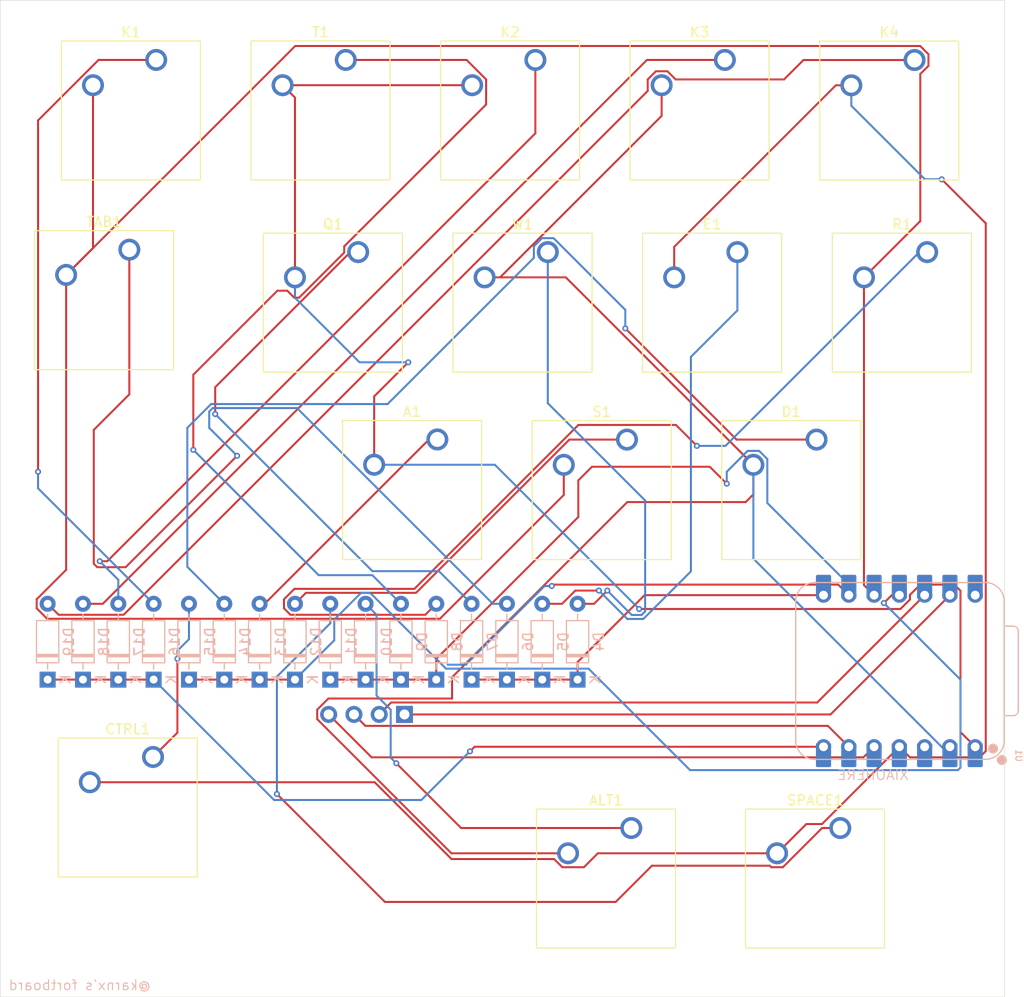
<source format=kicad_pcb>
(kicad_pcb (version 20241229) (generator "pcbnew") (generator_version "9.0")
  (layers (0 "F.Cu" signal) (2 "B.Cu" signal) (13 "F.Paste" user) (15 "B.Paste" user) (5 "F.SilkS" user "F.Silkscreen") (7 "B.SilkS" user "B.Silkscreen") (1 "F.Mask" user) (3 "B.Mask" user) (25 "Edge.Cuts" user))
  (net 0 "")
  (net 1 "Net-(D13-A)")
  (net 2 "Column 1")
  (net 3 "Net-(D10-A)")
  (net 4 "Column 2")
  (net 5 "Column 3")
  (net 6 "Net-(D15-A)")
  (net 7 "Net-(D14-A)")
  (net 8 "Net-(D4-A)")
  (net 9 "Row 1")
  (net 10 "Net-(D5-A)")
  (net 11 "Net-(D6-A)")
  (net 12 "Net-(D7-A)")
  (net 13 "Net-(D8-A)")
  (net 14 "Row 2")
  (net 15 "Net-(D9-A)")
  (net 16 "Net-(D11-A)")
  (net 17 "Row 3")
  (net 18 "Net-(D12-A)")
  (net 19 "Net-(D16-A)")
  (net 20 "Row 0")
  (net 21 "Net-(D17-A)")
  (net 22 "Net-(D18-A)")
  (net 23 "Net-(D19-A)")
  (net 24 "Net-(J1-SDA)")
  (net 25 "Net-(J1-GND)")
  (net 26 "Net-(J1-SCL)")
  (net 27 "Net-(J1-VCC)")
  (net 28 "Column 0")
  (footprint "Button_Switch_Keyboard:SW_Cherry_MX_1.00u_PCB" (layer "F.Cu") (at 23.97125 51.075)
    (property "Reference" "TAB1" (at -2.54 -2.794 0) (layer "F.SilkS"))
    (property "Value" "SW_Push")
    (pad "" np_thru_hole circle (at -7.62 5.08) (size 1.7 1.7) (drill 1.7) (layers "*.Cu" "*.Mask"))
    (pad "" np_thru_hole circle (at -2.54 5.08) (size 4 4) (drill 4) (layers "*.Cu" "*.Mask"))
    (pad "" np_thru_hole circle (at 2.54 5.08) (size 1.7 1.7) (drill 1.7) (layers "*.Cu" "*.Mask"))
    (pad "1" thru_hole circle (at 0 0) (size 2.2 2.2) (drill 1.5) (layers "*.Cu" "*.Mask") (net 11 "Net-(D6-A)"))
    (pad "2" thru_hole circle (at -6.35 2.54) (size 2.2 2.2) (drill 1.5) (layers "*.Cu" "*.Mask") (net 28 "Column 0"))
  )
  (footprint "Button_Switch_Keyboard:SW_Cherry_MX_1.00u_PCB" (layer "F.Cu") (at 93.0275 70.16875)
    (property "Reference" "D1" (at -2.54 -2.794 0) (layer "F.SilkS"))
    (property "Value" "SW_Push")
    (pad "" np_thru_hole circle (at -7.62 5.08) (size 1.7 1.7) (drill 1.7) (layers "*.Cu" "*.Mask"))
    (pad "" np_thru_hole circle (at -2.54 5.08) (size 4 4) (drill 4) (layers "*.Cu" "*.Mask"))
    (pad "" np_thru_hole circle (at 2.54 5.08) (size 1.7 1.7) (drill 1.7) (layers "*.Cu" "*.Mask"))
    (pad "1" thru_hole circle (at 0 0) (size 2.2 2.2) (drill 1.5) (layers "*.Cu" "*.Mask") (net 7 "Net-(D14-A)"))
    (pad "2" thru_hole circle (at -6.35 2.54) (size 2.2 2.2) (drill 1.5) (layers "*.Cu" "*.Mask") (net 4 "Column 2"))
  )
  (footprint "Button_Switch_Keyboard:SW_Cherry_MX_1.00u_PCB" (layer "F.Cu") (at 26.67 32)
    (property "Reference" "K1" (at -2.54 -2.794 0) (layer "F.SilkS"))
    (property "Value" "SW_Push")
    (pad "" np_thru_hole circle (at -7.62 5.08) (size 1.7 1.7) (drill 1.7) (layers "*.Cu" "*.Mask"))
    (pad "" np_thru_hole circle (at -2.54 5.08) (size 4 4) (drill 4) (layers "*.Cu" "*.Mask"))
    (pad "" np_thru_hole circle (at 2.54 5.08) (size 1.7 1.7) (drill 1.7) (layers "*.Cu" "*.Mask"))
    (pad "1" thru_hole circle (at 0 0) (size 2.2 2.2) (drill 1.5) (layers "*.Cu" "*.Mask") (net 19 "Net-(D16-A)"))
    (pad "2" thru_hole circle (at -6.35 2.54) (size 2.2 2.2) (drill 1.5) (layers "*.Cu" "*.Mask") (net 28 "Column 0"))
  )
  (footprint "Button_Switch_Keyboard:SW_Cherry_MX_1.00u_PCB" (layer "F.Cu") (at 45.72 32)
    (property "Reference" "T1" (at -2.54 -2.794 0) (layer "F.SilkS"))
    (property "Value" "SW_Push")
    (pad "" np_thru_hole circle (at -7.62 5.08) (size 1.7 1.7) (drill 1.7) (layers "*.Cu" "*.Mask"))
    (pad "" np_thru_hole circle (at -2.54 5.08) (size 4 4) (drill 4) (layers "*.Cu" "*.Mask"))
    (pad "" np_thru_hole circle (at 2.54 5.08) (size 1.7 1.7) (drill 1.7) (layers "*.Cu" "*.Mask"))
    (pad "1" thru_hole circle (at 0 0) (size 2.2 2.2) (drill 1.5) (layers "*.Cu" "*.Mask") (net 15 "Net-(D9-A)"))
    (pad "2" thru_hole circle (at -6.35 2.54) (size 2.2 2.2) (drill 1.5) (layers "*.Cu" "*.Mask") (net 2 "Column 1"))
  )
  (footprint "Button_Switch_Keyboard:SW_Cherry_MX_1.00u_PCB" (layer "F.Cu") (at 95.40875 109.22)
    (property "Reference" "SPACE1" (at -2.54 -2.794 0) (layer "F.SilkS"))
    (property "Value" "SW_Push")
    (pad "" np_thru_hole circle (at -7.62 5.08) (size 1.7 1.7) (drill 1.7) (layers "*.Cu" "*.Mask"))
    (pad "" np_thru_hole circle (at -2.54 5.08) (size 4 4) (drill 4) (layers "*.Cu" "*.Mask"))
    (pad "" np_thru_hole circle (at 2.54 5.08) (size 1.7 1.7) (drill 1.7) (layers "*.Cu" "*.Mask"))
    (pad "1" thru_hole circle (at 0 0) (size 2.2 2.2) (drill 1.5) (layers "*.Cu" "*.Mask") (net 16 "Net-(D11-A)"))
    (pad "2" thru_hole circle (at -6.35 2.54) (size 2.2 2.2) (drill 1.5) (layers "*.Cu" "*.Mask") (net 5 "Column 3"))
  )
  (footprint "Button_Switch_Keyboard:SW_Cherry_MX_1.00u_PCB" (layer "F.Cu") (at 104.14 51.32)
    (property "Reference" "R1" (at -2.54 -2.794 0) (layer "F.SilkS"))
    (property "Value" "SW_Push")
    (pad "" np_thru_hole circle (at -7.62 5.08) (size 1.7 1.7) (drill 1.7) (layers "*.Cu" "*.Mask"))
    (pad "" np_thru_hole circle (at -2.54 5.08) (size 4 4) (drill 4) (layers "*.Cu" "*.Mask"))
    (pad "" np_thru_hole circle (at 2.54 5.08) (size 1.7 1.7) (drill 1.7) (layers "*.Cu" "*.Mask"))
    (pad "1" thru_hole circle (at 0 0) (size 2.2 2.2) (drill 1.5) (layers "*.Cu" "*.Mask") (net 13 "Net-(D8-A)"))
    (pad "2" thru_hole circle (at -6.35 2.54) (size 2.2 2.2) (drill 1.5) (layers "*.Cu" "*.Mask") (net 28 "Column 0"))
  )
  (footprint "Button_Switch_Keyboard:SW_Cherry_MX_1.00u_PCB" (layer "F.Cu") (at 26.3525 102.07625)
    (property "Reference" "CTRL1" (at -2.54 -2.794 0) (layer "F.SilkS"))
    (property "Value" "SW_Push")
    (pad "" np_thru_hole circle (at -7.62 5.08) (size 1.7 1.7) (drill 1.7) (layers "*.Cu" "*.Mask"))
    (pad "" np_thru_hole circle (at -2.54 5.08) (size 4 4) (drill 4) (layers "*.Cu" "*.Mask"))
    (pad "" np_thru_hole circle (at 2.54 5.08) (size 1.7 1.7) (drill 1.7) (layers "*.Cu" "*.Mask"))
    (pad "1" thru_hole circle (at 0 0) (size 2.2 2.2) (drill 1.5) (layers "*.Cu" "*.Mask") (net 6 "Net-(D15-A)"))
    (pad "2" thru_hole circle (at -6.35 2.54) (size 2.2 2.2) (drill 1.5) (layers "*.Cu" "*.Mask") (net 5 "Column 3"))
  )
  (footprint "Button_Switch_Keyboard:SW_Cherry_MX_1.00u_PCB" (layer "F.Cu") (at 64.77 32)
    (property "Reference" "K2" (at -2.54 -2.794 0) (layer "F.SilkS"))
    (property "Value" "SW_Push")
    (pad "" np_thru_hole circle (at -7.62 5.08) (size 1.7 1.7) (drill 1.7) (layers "*.Cu" "*.Mask"))
    (pad "" np_thru_hole circle (at -2.54 5.08) (size 4 4) (drill 4) (layers "*.Cu" "*.Mask"))
    (pad "" np_thru_hole circle (at 2.54 5.08) (size 1.7 1.7) (drill 1.7) (layers "*.Cu" "*.Mask"))
    (pad "1" thru_hole circle (at 0 0) (size 2.2 2.2) (drill 1.5) (layers "*.Cu" "*.Mask") (net 21 "Net-(D17-A)"))
    (pad "2" thru_hole circle (at -6.35 2.54) (size 2.2 2.2) (drill 1.5) (layers "*.Cu" "*.Mask") (net 2 "Column 1"))
  )
  (footprint "Button_Switch_Keyboard:SW_Cherry_MX_1.00u_PCB" (layer "F.Cu") (at 66.02 51.32)
    (property "Reference" "W1" (at -2.54 -2.794 0) (layer "F.SilkS"))
    (property "Value" "SW_Push")
    (pad "" np_thru_hole circle (at -7.62 5.08) (size 1.7 1.7) (drill 1.7) (layers "*.Cu" "*.Mask"))
    (pad "" np_thru_hole circle (at -2.54 5.08) (size 4 4) (drill 4) (layers "*.Cu" "*.Mask"))
    (pad "" np_thru_hole circle (at 2.54 5.08) (size 1.7 1.7) (drill 1.7) (layers "*.Cu" "*.Mask"))
    (pad "1" thru_hole circle (at 0 0) (size 2.2 2.2) (drill 1.5) (layers "*.Cu" "*.Mask") (net 8 "Net-(D4-A)"))
    (pad "2" thru_hole circle (at -6.35 2.54) (size 2.2 2.2) (drill 1.5) (layers "*.Cu" "*.Mask") (net 4 "Column 2"))
  )
  (footprint "Button_Switch_Keyboard:SW_Cherry_MX_1.00u_PCB" (layer "F.Cu") (at 85.07 51.32)
    (property "Reference" "E1" (at -2.54 -2.794 0) (layer "F.SilkS"))
    (property "Value" "SW_Push")
    (pad "" np_thru_hole circle (at -7.62 5.08) (size 1.7 1.7) (drill 1.7) (layers "*.Cu" "*.Mask"))
    (pad "" np_thru_hole circle (at -2.54 5.08) (size 4 4) (drill 4) (layers "*.Cu" "*.Mask"))
    (pad "" np_thru_hole circle (at 2.54 5.08) (size 1.7 1.7) (drill 1.7) (layers "*.Cu" "*.Mask"))
    (pad "1" thru_hole circle (at 0 0) (size 2.2 2.2) (drill 1.5) (layers "*.Cu" "*.Mask") (net 10 "Net-(D5-A)"))
    (pad "2" thru_hole circle (at -6.35 2.54) (size 2.2 2.2) (drill 1.5) (layers "*.Cu" "*.Mask") (net 5 "Column 3"))
  )
  (footprint "Button_Switch_Keyboard:SW_Cherry_MX_1.00u_PCB" (layer "F.Cu") (at 54.9225 70.15625)
    (property "Reference" "A1" (at -2.54 -2.794 0) (layer "F.SilkS"))
    (property "Value" "SW_Push")
    (pad "" np_thru_hole circle (at -7.62 5.08) (size 1.7 1.7) (drill 1.7) (layers "*.Cu" "*.Mask"))
    (pad "" np_thru_hole circle (at -2.54 5.08) (size 4 4) (drill 4) (layers "*.Cu" "*.Mask"))
    (pad "" np_thru_hole circle (at 2.54 5.08) (size 1.7 1.7) (drill 1.7) (layers "*.Cu" "*.Mask"))
    (pad "1" thru_hole circle (at 0 0) (size 2.2 2.2) (drill 1.5) (layers "*.Cu" "*.Mask") (net 1 "Net-(D13-A)"))
    (pad "2" thru_hole circle (at -6.35 2.54) (size 2.2 2.2) (drill 1.5) (layers "*.Cu" "*.Mask") (net 2 "Column 1"))
  )
  (footprint "Button_Switch_Keyboard:SW_Cherry_MX_1.00u_PCB" (layer "F.Cu") (at 83.81 32)
    (property "Reference" "K3" (at -2.54 -2.794 0) (layer "F.SilkS"))
    (property "Value" "SW_Push")
    (pad "" np_thru_hole circle (at -7.62 5.08) (size 1.7 1.7) (drill 1.7) (layers "*.Cu" "*.Mask"))
    (pad "" np_thru_hole circle (at -2.54 5.08) (size 4 4) (drill 4) (layers "*.Cu" "*.Mask"))
    (pad "" np_thru_hole circle (at 2.54 5.08) (size 1.7 1.7) (drill 1.7) (layers "*.Cu" "*.Mask"))
    (pad "1" thru_hole circle (at 0 0) (size 2.2 2.2) (drill 1.5) (layers "*.Cu" "*.Mask") (net 22 "Net-(D18-A)"))
    (pad "2" thru_hole circle (at -6.35 2.54) (size 2.2 2.2) (drill 1.5) (layers "*.Cu" "*.Mask") (net 4 "Column 2"))
  )
  (footprint "Button_Switch_Keyboard:SW_Cherry_MX_1.00u_PCB" (layer "F.Cu") (at 74.40875 109.22)
    (property "Reference" "ALT1" (at -2.54 -2.794 0) (layer "F.SilkS"))
    (property "Value" "SW_Push")
    (pad "" np_thru_hole circle (at -7.62 5.08) (size 1.7 1.7) (drill 1.7) (layers "*.Cu" "*.Mask"))
    (pad "" np_thru_hole circle (at -2.54 5.08) (size 4 4) (drill 4) (layers "*.Cu" "*.Mask"))
    (pad "" np_thru_hole circle (at 2.54 5.08) (size 1.7 1.7) (drill 1.7) (layers "*.Cu" "*.Mask"))
    (pad "1" thru_hole circle (at 0 0) (size 2.2 2.2) (drill 1.5) (layers "*.Cu" "*.Mask") (net 3 "Net-(D10-A)"))
    (pad "2" thru_hole circle (at -6.35 2.54) (size 2.2 2.2) (drill 1.5) (layers "*.Cu" "*.Mask") (net 4 "Column 2"))
  )
  (footprint "Button_Switch_Keyboard:SW_Cherry_MX_1.00u_PCB" (layer "F.Cu") (at 46.965 51.32)
    (property "Reference" "Q1" (at -2.54 -2.794 0) (layer "F.SilkS"))
    (property "Value" "SW_Push")
    (pad "" np_thru_hole circle (at -7.62 5.08) (size 1.7 1.7) (drill 1.7) (layers "*.Cu" "*.Mask"))
    (pad "" np_thru_hole circle (at -2.54 5.08) (size 4 4) (drill 4) (layers "*.Cu" "*.Mask"))
    (pad "" np_thru_hole circle (at 2.54 5.08) (size 1.7 1.7) (drill 1.7) (layers "*.Cu" "*.Mask"))
    (pad "1" thru_hole circle (at 0 0) (size 2.2 2.2) (drill 1.5) (layers "*.Cu" "*.Mask") (net 12 "Net-(D7-A)"))
    (pad "2" thru_hole circle (at -6.35 2.54) (size 2.2 2.2) (drill 1.5) (layers "*.Cu" "*.Mask") (net 2 "Column 1"))
  )
  (footprint "Button_Switch_Keyboard:SW_Cherry_MX_1.00u_PCB" (layer "F.Cu") (at 102.87 32.01)
    (property "Reference" "K4" (at -2.54 -2.794 0) (layer "F.SilkS"))
    (property "Value" "SW_Push")
    (pad "" np_thru_hole circle (at -7.62 5.08) (size 1.7 1.7) (drill 1.7) (layers "*.Cu" "*.Mask"))
    (pad "" np_thru_hole circle (at -2.54 5.08) (size 4 4) (drill 4) (layers "*.Cu" "*.Mask"))
    (pad "" np_thru_hole circle (at 2.54 5.08) (size 1.7 1.7) (drill 1.7) (layers "*.Cu" "*.Mask"))
    (pad "1" thru_hole circle (at 0 0) (size 2.2 2.2) (drill 1.5) (layers "*.Cu" "*.Mask") (net 23 "Net-(D19-A)"))
    (pad "2" thru_hole circle (at -6.35 2.54) (size 2.2 2.2) (drill 1.5) (layers "*.Cu" "*.Mask") (net 5 "Column 3"))
  )
  (footprint "Button_Switch_Keyboard:SW_Cherry_MX_1.00u_PCB" (layer "F.Cu") (at 73.9775 70.16875)
    (property "Reference" "S1" (at -2.54 -2.794 0) (layer "F.SilkS"))
    (property "Value" "SW_Push")
    (pad "" np_thru_hole circle (at -7.62 5.08) (size 1.7 1.7) (drill 1.7) (layers "*.Cu" "*.Mask"))
    (pad "" np_thru_hole circle (at -2.54 5.08) (size 4 4) (drill 4) (layers "*.Cu" "*.Mask"))
    (pad "" np_thru_hole circle (at 2.54 5.08) (size 1.7 1.7) (drill 1.7) (layers "*.Cu" "*.Mask"))
    (pad "1" thru_hole circle (at 0 0) (size 2.2 2.2) (drill 1.5) (layers "*.Cu" "*.Mask") (net 18 "Net-(D12-A)"))
    (pad "2" thru_hole circle (at -6.35 2.54) (size 2.2 2.2) (drill 1.5) (layers "*.Cu" "*.Mask") (net 28 "Column 0"))
  )
  (footprint "Diode_THT:D_DO-35_SOD27_P7.62mm_Horizontal" (layer "B.Cu") (at 69.0125 94.2975 90)
    (property "Reference" "D4" (at 3.81 2.12 90) (layer "B.SilkS") (effects (justify mirror)))
    (property "Value" "1N4148")
    (fp_text user "K" (at 0 1.8 90) (layer "B.SilkS") (effects (justify mirror)))
    (pad "1" thru_hole rect (at 0 0 90) (size 1.6 1.6) (drill 0.8) (layers "*.Cu" "*.Mask") (net 9 "Row 1"))
    (pad "2" thru_hole oval (at 7.62 0 90) (size 1.6 1.6) (drill 0.8) (layers "*.Cu" "*.Mask") (net 8 "Net-(D4-A)"))
  )
  (footprint "Diode_THT:D_DO-35_SOD27_P7.62mm_Horizontal" (layer "B.Cu") (at 26.4125 94.2975 90)
    (property "Reference" "D16" (at 3.81 2.12 90) (layer "B.SilkS") (effects (justify mirror)))
    (property "Value" "1N4148")
    (fp_text user "K" (at 0 1.8 90) (layer "B.SilkS") (effects (justify mirror)))
    (pad "1" thru_hole rect (at 0 0 90) (size 1.6 1.6) (drill 0.8) (layers "*.Cu" "*.Mask") (net 20 "Row 0"))
    (pad "2" thru_hole oval (at 7.62 0 90) (size 1.6 1.6) (drill 0.8) (layers "*.Cu" "*.Mask") (net 19 "Net-(D16-A)"))
  )
  (footprint "Diode_THT:D_DO-35_SOD27_P7.62mm_Horizontal" (layer "B.Cu") (at 37.0625 94.2975 90)
    (property "Reference" "D13" (at 3.81 2.12 90) (layer "B.SilkS") (effects (justify mirror)))
    (property "Value" "1N4148")
    (fp_text user "K" (at 0 1.8 90) (layer "B.SilkS") (effects (justify mirror)))
    (pad "1" thru_hole rect (at 0 0 90) (size 1.6 1.6) (drill 0.8) (layers "*.Cu" "*.Mask") (net 17 "Row 3"))
    (pad "2" thru_hole oval (at 7.62 0 90) (size 1.6 1.6) (drill 0.8) (layers "*.Cu" "*.Mask") (net 1 "Net-(D13-A)"))
  )
  (footprint "Diode_THT:D_DO-35_SOD27_P7.62mm_Horizontal" (layer "B.Cu") (at 22.8625 94.2975 90)
    (property "Reference" "D17" (at 3.81 2.12 90) (layer "B.SilkS") (effects (justify mirror)))
    (property "Value" "1N4148")
    (fp_text user "K" (at 0 1.8 90) (layer "B.SilkS") (effects (justify mirror)))
    (pad "1" thru_hole rect (at 0 0 90) (size 1.6 1.6) (drill 0.8) (layers "*.Cu" "*.Mask") (net 20 "Row 0"))
    (pad "2" thru_hole oval (at 7.62 0 90) (size 1.6 1.6) (drill 0.8) (layers "*.Cu" "*.Mask") (net 21 "Net-(D17-A)"))
  )
  (footprint "Diode_THT:D_DO-35_SOD27_P7.62mm_Horizontal" (layer "B.Cu") (at 40.6125 94.2975 90)
    (property "Reference" "D12" (at 3.81 2.12 90) (layer "B.SilkS") (effects (justify mirror)))
    (property "Value" "1N4148")
    (fp_text user "K" (at 0 1.8 90) (layer "B.SilkS") (effects (justify mirror)))
    (pad "1" thru_hole rect (at 0 0 90) (size 1.6 1.6) (drill 0.8) (layers "*.Cu" "*.Mask") (net 17 "Row 3"))
    (pad "2" thru_hole oval (at 7.62 0 90) (size 1.6 1.6) (drill 0.8) (layers "*.Cu" "*.Mask") (net 18 "Net-(D12-A)"))
  )
  (footprint "Seeed Studio XIAO Series Library:XIAO-RP2040-DIP" (layer "B.Cu") (at 101.345 93.43 90)
    (property "Reference" "U1" (at -8.5 12 270) (layer "B.SilkS") (effects (font (size 0.635 0.635) (thickness 0.1016)) (justify mirror)))
    (property "Value" "XIAO-RP2040-DIP")
    (pad "1" smd roundrect (at -8.455 7.62 270) (size 2.432 1.524) (layers "B.Cu" "B.Mask") (roundrect_rratio 0.1) (net 2 "Column 1"))
    (pad "1" thru_hole circle (at -7.62 7.62 270) (size 1.524 1.524) (drill 0.889) (layers "*.Cu" "*.Mask") (net 2 "Column 1"))
    (pad "2" smd roundrect (at -8.455 5.08 270) (size 2.432 1.524) (layers "B.Cu" "B.Mask") (roundrect_rratio 0.1) (net 4 "Column 2"))
    (pad "2" thru_hole circle (at -7.62 5.08 270) (size 1.524 1.524) (drill 0.889) (layers "*.Cu" "*.Mask") (net 4 "Column 2"))
    (pad "3" smd roundrect (at -8.455 2.54 270) (size 2.432 1.524) (layers "B.Cu" "B.Mask") (roundrect_rratio 0.1))
    (pad "3" thru_hole circle (at -7.62 2.54 270) (size 1.524 1.524) (drill 0.889) (layers "*.Cu" "*.Mask"))
    (pad "4" smd roundrect (at -8.455 0 270) (size 2.432 1.524) (layers "B.Cu" "B.Mask") (roundrect_rratio 0.1) (net 5 "Column 3"))
    (pad "4" thru_hole circle (at -7.62 0 270) (size 1.524 1.524) (drill 0.889) (layers "*.Cu" "*.Mask") (net 5 "Column 3"))
    (pad "5" smd roundrect (at -8.455 -2.54 270) (size 2.432 1.524) (layers "B.Cu" "B.Mask") (roundrect_rratio 0.1) (net 24 "Net-(J1-SDA)"))
    (pad "5" thru_hole circle (at -7.62 -2.54 270) (size 1.524 1.524) (drill 0.889) (layers "*.Cu" "*.Mask") (net 24 "Net-(J1-SDA)"))
    (pad "6" smd roundrect (at -8.455 -5.08 270) (size 2.432 1.524) (layers "B.Cu" "B.Mask") (roundrect_rratio 0.1) (net 26 "Net-(J1-SCL)"))
    (pad "6" thru_hole circle (at -7.62 -5.08 270) (size 1.524 1.524) (drill 0.889) (layers "*.Cu" "*.Mask") (net 26 "Net-(J1-SCL)"))
    (pad "7" smd roundrect (at -8.455 -7.62 270) (size 2.432 1.524) (layers "B.Cu" "B.Mask") (roundrect_rratio 0.1) (net 20 "Row 0"))
    (pad "7" thru_hole circle (at -7.62 -7.62 270) (size 1.524 1.524) (drill 0.889) (layers "*.Cu" "*.Mask") (net 20 "Row 0"))
    (pad "8" thru_hole circle (at 7.62 -7.62 90) (size 1.524 1.524) (drill 0.889) (layers "*.Cu" "*.Mask") (net 9 "Row 1"))
    (pad "8" smd roundrect (at 8.455 -7.62 90) (size 2.432 1.524) (layers "B.Cu" "B.Mask") (roundrect_rratio 0.1) (net 9 "Row 1"))
    (pad "9" thru_hole circle (at 7.62 -5.08 90) (size 1.524 1.524) (drill 0.889) (layers "*.Cu" "*.Mask") (net 14 "Row 2"))
    (pad "9" smd roundrect (at 8.455 -5.08 90) (size 2.432 1.524) (layers "B.Cu" "B.Mask") (roundrect_rratio 0.1) (net 14 "Row 2"))
    (pad "10" thru_hole circle (at 7.62 -2.54 90) (size 1.524 1.524) (drill 0.889) (layers "*.Cu" "*.Mask") (net 28 "Column 0"))
    (pad "10" smd roundrect (at 8.455 -2.54 90) (size 2.432 1.524) (layers "B.Cu" "B.Mask") (roundrect_rratio 0.1) (net 28 "Column 0"))
    (pad "11" thru_hole circle (at 7.62 0 90) (size 1.524 1.524) (drill 0.889) (layers "*.Cu" "*.Mask") (net 17 "Row 3"))
    (pad "11" smd roundrect (at 8.455 0 90) (size 2.432 1.524) (layers "B.Cu" "B.Mask") (roundrect_rratio 0.1) (net 17 "Row 3"))
    (pad "12" thru_hole circle (at 7.62 2.54 90) (size 1.524 1.524) (drill 0.889) (layers "*.Cu" "*.Mask") (net 27 "Net-(J1-VCC)"))
    (pad "12" smd roundrect (at 8.455 2.54 90) (size 2.432 1.524) (layers "B.Cu" "B.Mask") (roundrect_rratio 0.1) (net 27 "Net-(J1-VCC)"))
    (pad "13" thru_hole circle (at 7.62 5.08 90) (size 1.524 1.524) (drill 0.889) (layers "*.Cu" "*.Mask") (net 25 "Net-(J1-GND)"))
    (pad "13" smd roundrect (at 8.455 5.08 90) (size 2.432 1.524) (layers "B.Cu" "B.Mask") (roundrect_rratio 0.1) (net 25 "Net-(J1-GND)"))
    (pad "14" thru_hole circle (at 7.62 7.62 90) (size 1.524 1.524) (drill 0.889) (layers "*.Cu" "*.Mask"))
    (pad "14" smd roundrect (at 8.455 7.62 90) (size 2.432 1.524) (layers "B.Cu" "B.Mask") (roundrect_rratio 0.1))
  )
  (footprint "Diode_THT:D_DO-35_SOD27_P7.62mm_Horizontal" (layer "B.Cu") (at 33.5125 94.2975 90)
    (property "Reference" "D14" (at 3.81 2.12 90) (layer "B.SilkS") (effects (justify mirror)))
    (property "Value" "1N4148")
    (fp_text user "K" (at 0 1.8 90) (layer "B.SilkS") (effects (justify mirror)))
    (pad "1" thru_hole rect (at 0 0 90) (size 1.6 1.6) (drill 0.8) (layers "*.Cu" "*.Mask") (net 17 "Row 3"))
    (pad "2" thru_hole oval (at 7.62 0 90) (size 1.6 1.6) (drill 0.8) (layers "*.Cu" "*.Mask") (net 7 "Net-(D14-A)"))
  )
  (footprint "Diode_THT:D_DO-35_SOD27_P7.62mm_Horizontal" (layer "B.Cu") (at 58.3625 94.2975 90)
    (property "Reference" "D7" (at 3.81 2.12 90) (layer "B.SilkS") (effects (justify mirror)))
    (property "Value" "1N4148")
    (fp_text user "K" (at 0 1.8 90) (layer "B.SilkS") (effects (justify mirror)))
    (pad "1" thru_hole rect (at 0 0 90) (size 1.6 1.6) (drill 0.8) (layers "*.Cu" "*.Mask") (net 9 "Row 1"))
    (pad "2" thru_hole oval (at 7.62 0 90) (size 1.6 1.6) (drill 0.8) (layers "*.Cu" "*.Mask") (net 12 "Net-(D7-A)"))
  )
  (footprint "Diode_THT:D_DO-35_SOD27_P7.62mm_Horizontal" (layer "B.Cu") (at 61.9125 94.2975 90)
    (property "Reference" "D6" (at 3.81 2.12 90) (layer "B.SilkS") (effects (justify mirror)))
    (property "Value" "1N4148")
    (fp_text user "K" (at 0 1.8 90) (layer "B.SilkS") (effects (justify mirror)))
    (pad "1" thru_hole rect (at 0 0 90) (size 1.6 1.6) (drill 0.8) (layers "*.Cu" "*.Mask") (net 9 "Row 1"))
    (pad "2" thru_hole oval (at 7.62 0 90) (size 1.6 1.6) (drill 0.8) (layers "*.Cu" "*.Mask") (net 11 "Net-(D6-A)"))
  )
  (footprint "Diode_THT:D_DO-35_SOD27_P7.62mm_Horizontal" (layer "B.Cu") (at 65.4625 94.2975 90)
    (property "Reference" "D5" (at 3.81 2.12 90) (layer "B.SilkS") (effects (justify mirror)))
    (property "Value" "1N4148")
    (fp_text user "K" (at 0 1.8 90) (layer "B.SilkS") (effects (justify mirror)))
    (pad "1" thru_hole rect (at 0 0 90) (size 1.6 1.6) (drill 0.8) (layers "*.Cu" "*.Mask") (net 9 "Row 1"))
    (pad "2" thru_hole oval (at 7.62 0 90) (size 1.6 1.6) (drill 0.8) (layers "*.Cu" "*.Mask") (net 10 "Net-(D5-A)"))
  )
  (footprint "Diode_THT:D_DO-35_SOD27_P7.62mm_Horizontal" (layer "B.Cu") (at 29.9625 94.2975 90)
    (property "Reference" "D15" (at 3.81 2.12 90) (layer "B.SilkS") (effects (justify mirror)))
    (property "Value" "1N4148")
    (fp_text user "K" (at 0 1.8 90) (layer "B.SilkS") (effects (justify mirror)))
    (pad "1" thru_hole rect (at 0 0 90) (size 1.6 1.6) (drill 0.8) (layers "*.Cu" "*.Mask") (net 17 "Row 3"))
    (pad "2" thru_hole oval (at 7.62 0 90) (size 1.6 1.6) (drill 0.8) (layers "*.Cu" "*.Mask") (net 6 "Net-(D15-A)"))
  )
  (footprint "Diode_THT:D_DO-35_SOD27_P7.62mm_Horizontal" (layer "B.Cu") (at 51.2625 94.2975 90)
    (property "Reference" "D9" (at 3.81 2.12 90) (layer "B.SilkS") (effects (justify mirror)))
    (property "Value" "1N4148")
    (fp_text user "K" (at 0 1.8 90) (layer "B.SilkS") (effects (justify mirror)))
    (pad "1" thru_hole rect (at 0 0 90) (size 1.6 1.6) (drill 0.8) (layers "*.Cu" "*.Mask") (net 14 "Row 2"))
    (pad "2" thru_hole oval (at 7.62 0 90) (size 1.6 1.6) (drill 0.8) (layers "*.Cu" "*.Mask") (net 15 "Net-(D9-A)"))
  )
  (footprint "Diode_THT:D_DO-35_SOD27_P7.62mm_Horizontal" (layer "B.Cu") (at 19.3125 94.2975 90)
    (property "Reference" "D18" (at 3.81 2.12 90) (layer "B.SilkS") (effects (justify mirror)))
    (property "Value" "1N4148")
    (fp_text user "K" (at 0 1.8 90) (layer "B.SilkS") (effects (justify mirror)))
    (pad "1" thru_hole rect (at 0 0 90) (size 1.6 1.6) (drill 0.8) (layers "*.Cu" "*.Mask") (net 20 "Row 0"))
    (pad "2" thru_hole oval (at 7.62 0 90) (size 1.6 1.6) (drill 0.8) (layers "*.Cu" "*.Mask") (net 22 "Net-(D18-A)"))
  )
  (footprint "Diode_THT:D_DO-35_SOD27_P7.62mm_Horizontal" (layer "B.Cu") (at 44.1625 94.2975 90)
    (property "Reference" "D11" (at 3.81 2.12 90) (layer "B.SilkS") (effects (justify mirror)))
    (property "Value" "1N4148")
    (fp_text user "K" (at 0 1.8 90) (layer "B.SilkS") (effects (justify mirror)))
    (pad "1" thru_hole rect (at 0 0 90) (size 1.6 1.6) (drill 0.8) (layers "*.Cu" "*.Mask") (net 14 "Row 2"))
    (pad "2" thru_hole oval (at 7.62 0 90) (size 1.6 1.6) (drill 0.8) (layers "*.Cu" "*.Mask") (net 16 "Net-(D11-A)"))
  )
  (footprint "ScottoKeebs_Components:OLED_128x64" (layer "B.Cu") (at 47.81 97.8 180)
    (property "Reference" "J1" (hide yes))
    (property "Value" "OLED_128x64")
    (pad "1" thru_hole rect (at -3.81 0 90) (size 1.7 1.7) (drill 1) (layers "*.Cu" "*.Mask") (net 25 "Net-(J1-GND)"))
    (pad "2" thru_hole oval (at -1.27 0 90) (size 1.7 1.7) (drill 1) (layers "*.Cu" "*.Mask") (net 27 "Net-(J1-VCC)"))
    (pad "3" thru_hole oval (at 1.27 0 90) (size 1.7 1.7) (drill 1) (layers "*.Cu" "*.Mask") (net 26 "Net-(J1-SCL)"))
    (pad "4" thru_hole oval (at 3.81 0 90) (size 1.7 1.7) (drill 1) (layers "*.Cu" "*.Mask") (net 24 "Net-(J1-SDA)"))
  )
  (footprint "Diode_THT:D_DO-35_SOD27_P7.62mm_Horizontal" (layer "B.Cu") (at 15.7625 94.2975 90)
    (property "Reference" "D19" (at 3.81 2.12 90) (layer "B.SilkS") (effects (justify mirror)))
    (property "Value" "1N4148")
    (fp_text user "K" (at 0 1.8 90) (layer "B.SilkS") (effects (justify mirror)))
    (pad "1" thru_hole rect (at 0 0 90) (size 1.6 1.6) (drill 0.8) (layers "*.Cu" "*.Mask") (net 20 "Row 0"))
    (pad "2" thru_hole oval (at 7.62 0 90) (size 1.6 1.6) (drill 0.8) (layers "*.Cu" "*.Mask") (net 23 "Net-(D19-A)"))
  )
  (footprint "Diode_THT:D_DO-35_SOD27_P7.62mm_Horizontal" (layer "B.Cu") (at 47.7125 94.2975 90)
    (property "Reference" "D10" (at 3.81 2.12 90) (layer "B.SilkS") (effects (justify mirror)))
    (property "Value" "1N4148")
    (fp_text user "K" (at 0 1.8 90) (layer "B.SilkS") (effects (justify mirror)))
    (pad "1" thru_hole rect (at 0 0 90) (size 1.6 1.6) (drill 0.8) (layers "*.Cu" "*.Mask") (net 14 "Row 2"))
    (pad "2" thru_hole oval (at 7.62 0 90) (size 1.6 1.6) (drill 0.8) (layers "*.Cu" "*.Mask") (net 3 "Net-(D10-A)"))
  )
  (footprint "Diode_THT:D_DO-35_SOD27_P7.62mm_Horizontal" (layer "B.Cu") (at 54.8125 94.2975 90)
    (property "Reference" "D8" (at 3.81 2.12 90) (layer "B.SilkS") (effects (justify mirror)))
    (property "Value" "1N4148")
    (fp_text user "K" (at 0 1.8 90) (layer "B.SilkS") (effects (justify mirror)))
    (pad "1" thru_hole rect (at 0 0 90) (size 1.6 1.6) (drill 0.8) (layers "*.Cu" "*.Mask") (net 14 "Row 2"))
    (pad "2" thru_hole oval (at 7.62 0 90) (size 1.6 1.6) (drill 0.8) (layers "*.Cu" "*.Mask") (net 13 "Net-(D8-A)"))
  )
  (gr_rect (start 11 26) (end 111.91875 126.20625) (stroke (width 0.05)) (fill no) (layer "Edge.Cuts"))
  (gr_text "@karnx's fortboard\n" (at 26.2 125.6 0) (layer "B.SilkS") (effects (font (size 1 1) (thickness 0.1)) (justify left bottom mirror)))
  (gr_text "XIAOHERE\n" (at 102.361 104.46875 0) (layer "B.SilkS") (effects (font (size 1 1) (thickness 0.1)) (justify left bottom mirror)))
  (segment (start 37.55972 86.6775) (end 37.0625 86.6775) (width 0.2) (layer "F.Cu") (net 1))
  (segment (start 54.08097 70.15625) (end 37.55972 86.6775) (width 0.2) (layer "F.Cu") (net 1))
  (segment (start 54.9225 70.15625) (end 54.08097 70.15625) (width 0.2) (layer "F.Cu") (net 1))
  (segment (start 107.488 99.573) (end 107.488 85.36969) (width 0.2) (layer "F.Cu") (net 2))
  (segment (start 40.615 35.785) (end 39.37 34.54) (width 0.2) (layer "F.Cu") (net 2))
  (segment (start 48.5725 72.69625) (end 48.5725 65.8275) (width 0.2) (layer "F.Cu") (net 2))
  (segment (start 102.408 86.25031) (end 101.45831 87.2) (width 0.2) (layer "F.Cu") (net 2))
  (segment (start 106.86531 84.747) (end 103.44469 84.747) (width 0.2) (layer "F.Cu") (net 2))
  (segment (start 108.965 101.05) (end 107.488 99.573) (width 0.2) (layer "F.Cu") (net 2))
  (segment (start 107.488 85.36969) (end 106.86531 84.747) (width 0.2) (layer "F.Cu") (net 2))
  (segment (start 39.37 34.54) (end 58.42 34.54) (width 0.2) (layer "F.Cu") (net 2))
  (segment (start 101.45831 87.2) (end 75.2 87.2) (width 0.2) (layer "F.Cu") (net 2))
  (segment (start 102.408 85.78369) (end 102.408 86.25031) (width 0.2) (layer "F.Cu") (net 2))
  (segment (start 40.615 53.86) (end 40.615 35.785) (width 0.2) (layer "F.Cu") (net 2))
  (segment (start 103.44469 84.747) (end 102.408 85.78369) (width 0.2) (layer "F.Cu") (net 2))
  (segment (start 48.5725 65.8275) (end 52 62.4) (width 0.2) (layer "F.Cu") (net 2))
  (via (at 52 62.4) (size 0.6) (drill 0.3) (layers "F.Cu" "B.Cu") (net 2))
  (via (at 75.2 87.2) (size 0.6) (drill 0.3) (layers "F.Cu" "B.Cu") (net 2))
  (segment (start 75.2 87.2) (end 60.69625 72.69625) (width 0.2) (layer "B.Cu") (net 2))
  (segment (start 40.615 55.914816) (end 40.615 53.86) (width 0.2) (layer "B.Cu") (net 2))
  (segment (start 52 62.4) (end 47.100184 62.4) (width 0.2) (layer "B.Cu") (net 2))
  (segment (start 60.69625 72.69625) (end 48.5725 72.69625) (width 0.2) (layer "B.Cu") (net 2))
  (segment (start 47.100184 62.4) (end 40.615 55.914816) (width 0.2) (layer "B.Cu") (net 2))
  (segment (start 74.40875 109.22) (end 57.307 109.22) (width 0.2) (layer "F.Cu") (net 3))
  (segment (start 57.307 109.22) (end 50.8 102.713) (width 0.2) (layer "F.Cu") (net 3))
  (via (at 50.8 102.713) (size 0.6) (drill 0.3) (layers "F.Cu" "B.Cu") (net 3))
  (segment (start 50.231 102.144) (end 50.231 97.32324) (width 0.2) (layer "B.Cu") (net 3))
  (segment (start 50.8 102.713) (end 50.231 102.144) (width 0.2) (layer "B.Cu") (net 3))
  (segment (start 48.8135 87.7785) (end 47.7125 86.6775) (width 0.2) (layer "B.Cu") (net 3))
  (segment (start 48.8135 95.90574) (end 48.8135 87.7785) (width 0.2) (layer "B.Cu") (net 3))
  (segment (start 50.231 97.32324) (end 48.8135 95.90574) (width 0.2) (layer "B.Cu") (net 3))
  (segment (start 56.401 96.199) (end 56.401 94.057) (width 0.2) (layer "F.Cu") (net 4))
  (segment (start 42.849 98.27676) (end 42.849 97.32324) (width 0.2) (layer "F.Cu") (net 4))
  (segment (start 56.33224 111.76) (end 42.849 98.27676) (width 0.2) (layer "F.Cu") (net 4))
  (segment (start 68.05875 111.76) (end 56.33224 111.76) (width 0.2) (layer "F.Cu") (net 4))
  (segment (start 59.67 53.86) (end 61.225634 53.86) (width 0.2) (layer "F.Cu") (net 4))
  (segment (start 74.00825 76.44975) (end 85.90497 76.44975) (width 0.2) (layer "F.Cu") (net 4))
  (segment (start 77.46 37.625634) (end 77.46 34.54) (width 0.2) (layer "F.Cu") (net 4))
  (segment (start 61.225634 53.86) (end 77.46 37.625634) (width 0.2) (layer "F.Cu") (net 4))
  (segment (start 43.97324 96.199) (end 56.401 96.199) (width 0.2) (layer "F.Cu") (net 4))
  (segment (start 86.6775 75.67722) (end 86.6775 72.70875) (width 0.2) (layer "F.Cu") (net 4))
  (segment (start 67.82875 53.86) (end 59.67 53.86) (width 0.2) (layer "F.Cu") (net 4))
  (segment (start 86.6775 72.70875) (end 67.82875 53.86) (width 0.2) (layer "F.Cu") (net 4))
  (segment (start 42.849 97.32324) (end 43.97324 96.199) (width 0.2) (layer "F.Cu") (net 4))
  (segment (start 56.401 94.057) (end 74.00825 76.44975) (width 0.2) (layer "F.Cu") (net 4))
  (segment (start 85.90497 76.44975) (end 86.6775 75.67722) (width 0.2) (layer "F.Cu") (net 4))
  (segment (start 106.425 101.885) (end 86.6775 82.1375) (width 0.2) (layer "B.Cu") (net 4))
  (segment (start 86.6775 82.1375) (end 86.6775 72.70875) (width 0.2) (layer "B.Cu") (net 4))
  (segment (start 69.647064 113.161) (end 71.048064 111.76) (width 0.2) (layer "F.Cu") (net 5))
  (segment (start 91.99975 108.819) (end 93.576 108.819) (width 0.2) (layer "F.Cu") (net 5))
  (segment (start 96.52 34.55) (end 94.964366 34.55) (width 0.2) (layer "F.Cu") (net 5))
  (segment (start 110.028 101.49031) (end 110.028 48.428) (width 0.2) (layer "F.Cu") (net 5))
  (segment (start 110.028 48.428) (end 105.6 44) (width 0.2) (layer "F.Cu") (net 5))
  (segment (start 109.40531 102.113) (end 110.028 101.49031) (width 0.2) (layer "F.Cu") (net 5))
  (segment (start 94.964366 34.55) (end 78.72 50.794366) (width 0.2) (layer "F.Cu") (net 5))
  (segment (start 67.478436 113.161) (end 69.647064 113.161) (width 0.2) (layer "F.Cu") (net 5))
  (segment (start 48.62139 104.61625) (end 56.345454 112.340314) (width 0.2) (layer "F.Cu") (net 5))
  (segment (start 78.72 50.794366) (end 78.72 53.86) (width 0.2) (layer "F.Cu") (net 5))
  (segment (start 101.345 101.05) (end 102.408 102.113) (width 0.2) (layer "F.Cu") (net 5))
  (segment (start 89.05875 111.76) (end 91.99975 108.819) (width 0.2) (layer "F.Cu") (net 5))
  (segment (start 102.408 102.113) (end 109.40531 102.113) (width 0.2) (layer "F.Cu") (net 5))
  (segment (start 56.345454 112.340314) (end 66.65775 112.340314) (width 0.2) (layer "F.Cu") (net 5))
  (segment (start 66.65775 112.340314) (end 67.478436 113.161) (width 0.2) (layer "F.Cu") (net 5))
  (segment (start 20.0025 104.61625) (end 48.62139 104.61625) (width 0.2) (layer "F.Cu") (net 5))
  (segment (start 93.576 108.819) (end 101.345 101.05) (width 0.2) (layer "F.Cu") (net 5))
  (segment (start 71.048064 111.76) (end 89.05875 111.76) (width 0.2) (layer "F.Cu") (net 5))
  (via (at 105.6 44) (size 0.6) (drill 0.3) (layers "F.Cu" "B.Cu") (net 5))
  (segment (start 105.6 44) (end 103.915184 44) (width 0.2) (layer "B.Cu") (net 5))
  (segment (start 103.915184 44) (end 96.52 36.604816) (width 0.2) (layer "B.Cu") (net 5))
  (segment (start 96.52 36.604816) (end 96.52 34.55) (width 0.2) (layer "B.Cu") (net 5))
  (segment (start 26.3525 102.07625) (end 28.8 99.62875) (width 0.2) (layer "F.Cu") (net 6))
  (segment (start 28.8 99.62875) (end 28.8 92.2) (width 0.2) (layer "F.Cu") (net 6))
  (via (at 28.8 92.2) (size 0.6) (drill 0.3) (layers "F.Cu" "B.Cu") (net 6))
  (segment (start 28.8 92.2) (end 28.8 91.4) (width 0.2) (layer "B.Cu") (net 6))
  (segment (start 28.8 91.4) (end 29.9625 90.2375) (width 0.2) (layer "B.Cu") (net 6))
  (segment (start 29.9625 90.2375) (end 29.9625 86.6775) (width 0.2) (layer "B.Cu") (net 6))
  (segment (start 84.98603 70.16875) (end 73.80864 58.99136) (width 0.2) (layer "F.Cu") (net 7))
  (segment (start 93.0275 70.16875) (end 84.98603 70.16875) (width 0.2) (layer "F.Cu") (net 7))
  (via (at 73.80864 58.99136) (size 0.6) (drill 0.3) (layers "F.Cu" "B.Cu") (net 7))
  (segment (start 29.799 68.983957) (end 29.799 82.964) (width 0.2) (layer "B.Cu") (net 7))
  (segment (start 64.619 51.900314) (end 49.921314 66.598) (width 0.2) (layer "B.Cu") (net 7))
  (segment (start 32.184957 66.598) (end 29.799 68.983957) (width 0.2) (layer "B.Cu") (net 7))
  (segment (start 29.799 82.964) (end 33.5125 86.6775) (width 0.2) (layer "B.Cu") (net 7))
  (segment (start 64.619 50.739686) (end 64.619 51.900314) (width 0.2) (layer "B.Cu") (net 7))
  (segment (start 73.80864 58.99136) (end 73.80864 57.127326) (width 0.2) (layer "B.Cu") (net 7))
  (segment (start 66.600314 49.919) (end 65.439686 49.919) (width 0.2) (layer "B.Cu") (net 7))
  (segment (start 65.439686 49.919) (end 64.619 50.739686) (width 0.2) (layer "B.Cu") (net 7))
  (segment (start 49.921314 66.598) (end 32.184957 66.598) (width 0.2) (layer "B.Cu") (net 7))
  (segment (start 73.80864 57.127326) (end 66.600314 49.919) (width 0.2) (layer "B.Cu") (net 7))
  (segment (start 69.0125 86.6775) (end 70.6695 86.6775) (width 0.2) (layer "F.Cu") (net 8))
  (segment (start 70.6695 86.6775) (end 72 85.347) (width 0.2) (layer "F.Cu") (net 8))
  (via (at 72 85.347) (size 0.6) (drill 0.3) (layers "F.Cu" "B.Cu") (net 8))
  (segment (start 72 85.347) (end 74.454 87.801) (width 0.2) (layer "B.Cu") (net 8))
  (segment (start 75.801 87.448943) (end 75.801 76.287434) (width 0.2) (layer "B.Cu") (net 8))
  (segment (start 75.448943 87.801) (end 75.801 87.448943) (width 0.2) (layer "B.Cu") (net 8))
  (segment (start 74.454 87.801) (end 75.448943 87.801) (width 0.2) (layer "B.Cu") (net 8))
  (segment (start 66.02 66.506434) (end 66.02 51.32) (width 0.2) (layer "B.Cu") (net 8))
  (segment (start 75.801 76.287434) (end 66.02 66.506434) (width 0.2) (layer "B.Cu") (net 8))
  (segment (start 61.9125 94.2975) (end 65.4625 94.2975) (width 0.2) (layer "F.Cu") (net 9))
  (segment (start 58.3625 94.2975) (end 61.9125 94.2975) (width 0.2) (layer "F.Cu") (net 9))
  (segment (start 69.0125 92.537557) (end 69.0125 94.2975) (width 0.2) (layer "F.Cu") (net 9))
  (segment (start 93.725 85.81) (end 75.740057 85.81) (width 0.2) (layer "F.Cu") (net 9))
  (segment (start 75.740057 85.81) (end 69.0125 92.537557) (width 0.2) (layer "F.Cu") (net 9))
  (segment (start 65.4625 94.2975) (end 69.0125 94.2975) (width 0.2) (layer "F.Cu") (net 9))
  (segment (start 68.78595 85.347) (end 71.151473 85.347) (width 0.2) (layer "F.Cu") (net 10))
  (segment (start 65.4625 86.6775) (end 67.45545 86.6775) (width 0.2) (layer "F.Cu") (net 10))
  (segment (start 67.45545 86.6775) (end 68.78595 85.347) (width 0.2) (layer "F.Cu") (net 10))
  (via (at 71.151473 85.347) (size 0.6) (drill 0.3) (layers "F.Cu" "B.Cu") (net 10))
  (segment (start 85.07 57.184816) (end 85.07 51.32) (width 0.2) (layer "B.Cu") (net 10))
  (segment (start 75.615043 88.202) (end 80.399 83.418043) (width 0.2) (layer "B.Cu") (net 10))
  (segment (start 80.399 83.418043) (end 80.399 61.855816) (width 0.2) (layer "B.Cu") (net 10))
  (segment (start 71.151473 85.347) (end 74.006473 88.202) (width 0.2) (layer "B.Cu") (net 10))
  (segment (start 80.399 61.855816) (end 85.07 57.184816) (width 0.2) (layer "B.Cu") (net 10))
  (segment (start 74.006473 88.202) (end 75.615043 88.202) (width 0.2) (layer "B.Cu") (net 10))
  (segment (start 23.97125 65.621193) (end 20.399 69.193443) (width 0.2) (layer "F.Cu") (net 11))
  (segment (start 23.97125 51.075) (end 23.97125 65.621193) (width 0.2) (layer "F.Cu") (net 11))
  (segment (start 20.751057 83.001) (end 23.599 83.001) (width 0.2) (layer "F.Cu") (net 11))
  (segment (start 23.599 83.001) (end 34.8 71.8) (width 0.2) (layer "F.Cu") (net 11))
  (segment (start 20.399 69.193443) (end 20.399 82.648943) (width 0.2) (layer "F.Cu") (net 11))
  (segment (start 20.399 82.648943) (end 20.751057 83.001) (width 0.2) (layer "F.Cu") (net 11))
  (via (at 34.8 71.8) (size 0.6) (drill 0.3) (layers "F.Cu" "B.Cu") (net 11))
  (segment (start 60.498934 86.6775) (end 61.9125 86.6775) (width 0.2) (layer "B.Cu") (net 11))
  (segment (start 34.8 71.8) (end 31.999 68.999) (width 0.2) (layer "B.Cu") (net 11))
  (segment (start 32.351057 66.999) (end 40.820434 66.999) (width 0.2) (layer "B.Cu") (net 11))
  (segment (start 40.820434 66.999) (end 60.498934 86.6775) (width 0.2) (layer "B.Cu") (net 11))
  (segment (start 31.999 67.351057) (end 32.351057 66.999) (width 0.2) (layer "B.Cu") (net 11))
  (segment (start 31.999 68.999) (end 31.999 67.351057) (width 0.2) (layer "B.Cu") (net 11))
  (segment (start 32.6 64.900184) (end 32.6 67.6) (width 0.2) (layer "F.Cu") (net 12))
  (segment (start 46.965 51.32) (end 46.180184 51.32) (width 0.2) (layer "F.Cu") (net 12))
  (segment (start 46.180184 51.32) (end 32.6 64.900184) (width 0.2) (layer "F.Cu") (net 12))
  (via (at 32.6 67.6) (size 0.6) (drill 0.3) (layers "F.Cu" "B.Cu") (net 12))
  (segment (start 32.6 67.6) (end 48.4 83.4) (width 0.2) (layer "B.Cu") (net 12))
  (segment (start 55.085 83.4) (end 58.3625 86.6775) (width 0.2) (layer "B.Cu") (net 12))
  (segment (start 48.4 83.4) (end 55.085 83.4) (width 0.2) (layer "B.Cu") (net 12))
  (segment (start 39.5115 87.13355) (end 39.5115 86.22145) (width 0.2) (layer "F.Cu") (net 13))
  (segment (start 39.5115 86.22145) (end 40.55745 85.1755) (width 0.2) (layer "F.Cu") (net 13))
  (segment (start 53.7115 87.7785) (end 40.15645 87.7785) (width 0.2) (layer "F.Cu") (net 13))
  (segment (start 54.8125 86.6775) (end 53.7115 87.7785) (width 0.2) (layer "F.Cu") (net 13))
  (segment (start 52.612336 85.1755) (end 69.088661 68.699175) (width 0.2) (layer "F.Cu") (net 13))
  (segment (start 78.899175 68.699175) (end 81 70.8) (width 0.2) (layer "F.Cu") (net 13))
  (segment (start 40.15645 87.7785) (end 39.5115 87.13355) (width 0.2) (layer "F.Cu") (net 13))
  (segment (start 40.55745 85.1755) (end 52.612336 85.1755) (width 0.2) (layer "F.Cu") (net 13))
  (segment (start 69.088661 68.699175) (end 78.899175 68.699175) (width 0.2) (layer "F.Cu") (net 13))
  (via (at 81 70.8) (size 0.6) (drill 0.3) (layers "F.Cu" "B.Cu") (net 13))
  (segment (start 81 70.8) (end 83.875184 70.8) (width 0.2) (layer "B.Cu") (net 13))
  (segment (start 83.875184 70.8) (end 103.355184 51.32) (width 0.2) (layer "B.Cu") (net 13))
  (segment (start 103.355184 51.32) (end 104.14 51.32) (width 0.2) (layer "B.Cu") (net 13))
  (segment (start 54.8125 94.2975) (end 54.8125 92.22045) (width 0.2) (layer "F.Cu") (net 14))
  (segment (start 69.0865 77.94645) (end 69.0865 74.274934) (width 0.2) (layer "F.Cu") (net 14))
  (segment (start 69.0865 74.274934) (end 70.463684 72.89775) (width 0.2) (layer "F.Cu") (net 14))
  (segment (start 54.8125 92.22045) (end 69.0865 77.94645) (width 0.2) (layer "F.Cu") (net 14))
  (segment (start 82.29775 72.89775) (end 84 74.6) (width 0.2) (layer "F.Cu") (net 14))
  (segment (start 95.202 84.747) (end 66.55953 84.747) (width 0.2) (layer "F.Cu") (net 14))
  (segment (start 66.55953 84.747) (end 66.418815 84.887715) (width 0.2) (layer "F.Cu") (net 14))
  (segment (start 96.265 85.81) (end 95.202 84.747) (width 0.2) (layer "F.Cu") (net 14))
  (segment (start 51.2625 94.2975) (end 54.8125 94.2975) (width 0.2) (layer "F.Cu") (net 14))
  (segment (start 70.463684 72.89775) (end 82.29775 72.89775) (width 0.2) (layer "F.Cu") (net 14))
  (segment (start 47.7125 94.2975) (end 51.2625 94.2975) (width 0.2) (layer "F.Cu") (net 14))
  (segment (start 44.1625 94.2975) (end 47.7125 94.2975) (width 0.2) (layer "F.Cu") (net 14))
  (via (at 84 74.6) (size 0.6) (drill 0.3) (layers "F.Cu" "B.Cu") (net 14))
  (via (at 66.418815 84.887715) (size 0.6) (drill 0.3) (layers "F.Cu" "B.Cu") (net 14))
  (segment (start 84 74.6) (end 84 73.404936) (width 0.2) (layer "B.Cu") (net 14))
  (segment (start 66.418815 84.887715) (end 65.695235 84.887715) (width 0.2) (layer "B.Cu") (net 14))
  (segment (start 88.0785 76.54587) (end 96.265 84.73237) (width 0.2) (layer "B.Cu") (net 14))
  (segment (start 96.265 84.73237) (end 96.265 85.81) (width 0.2) (layer "B.Cu") (net 14))
  (segment (start 87.257814 71.30775) (end 88.0785 72.128436) (width 0.2) (layer "B.Cu") (net 14))
  (segment (start 84 73.404936) (end 86.097186 71.30775) (width 0.2) (layer "B.Cu") (net 14))
  (segment (start 57.78745 92.7955) (end 55.95465 92.7955) (width 0.2) (layer "B.Cu") (net 14))
  (segment (start 65.695235 84.887715) (end 57.78745 92.7955) (width 0.2) (layer "B.Cu") (net 14))
  (segment (start 86.097186 71.30775) (end 87.257814 71.30775) (width 0.2) (layer "B.Cu") (net 14))
  (segment (start 88.0785 72.128436) (end 88.0785 76.54587) (width 0.2) (layer "B.Cu") (net 14))
  (segment (start 39.84247 55.199) (end 38.84753 55.199) (width 0.2) (layer "F.Cu") (net 15))
  (segment (start 59.821 36.482686) (end 45.564 50.739686) (width 0.2) (layer "F.Cu") (net 15))
  (segment (start 40.546 55.90253) (end 39.84247 55.199) (width 0.2) (layer "F.Cu") (net 15))
  (segment (start 59.821 33.959686) (end 59.821 36.482686) (width 0.2) (layer "F.Cu") (net 15))
  (segment (start 38.84753 55.199) (end 30.4 63.64653) (width 0.2) (layer "F.Cu") (net 15))
  (segment (start 41.030554 55.90253) (end 40.546 55.90253) (width 0.2) (layer "F.Cu") (net 15))
  (segment (start 45.72 32) (end 57.861314 32) (width 0.2) (layer "F.Cu") (net 15))
  (segment (start 30.4 63.64653) (end 30.4 71.2) (width 0.2) (layer "F.Cu") (net 15))
  (segment (start 57.861314 32) (end 59.821 33.959686) (width 0.2) (layer "F.Cu") (net 15))
  (segment (start 45.564 51.369084) (end 41.030554 55.90253) (width 0.2) (layer "F.Cu") (net 15))
  (segment (start 45.564 50.739686) (end 45.564 51.369084) (width 0.2) (layer "F.Cu") (net 15))
  (via (at 30.4 71.2) (size 0.6) (drill 0.3) (layers "F.Cu" "B.Cu") (net 15))
  (segment (start 43.001 83.801) (end 48.386 83.801) (width 0.2) (layer "B.Cu") (net 15))
  (segment (start 48.386 83.801) (end 51.2625 86.6775) (width 0.2) (layer "B.Cu") (net 15))
  (segment (start 30.4 71.2) (end 43.001 83.801) (width 0.2) (layer "B.Cu") (net 15))
  (segment (start 49.651 116.651) (end 38.8 105.8) (width 0.2) (layer "F.Cu") (net 16))
  (segment (start 88.478436 113.161) (end 88.325319 113.007883) (width 0.2) (layer "F.Cu") (net 16))
  (segment (start 93.580064 109.22) (end 89.639064 113.161) (width 0.2) (layer "F.Cu") (net 16))
  (segment (start 88.325319 113.007883) (end 76.485683 113.007883) (width 0.2) (layer "F.Cu") (net 16))
  (segment (start 89.639064 113.161) (end 88.478436 113.161) (width 0.2) (layer "F.Cu") (net 16))
  (segment (start 95.40875 109.22) (end 93.580064 109.22) (width 0.2) (layer "F.Cu") (net 16))
  (segment (start 76.485683 113.007883) (end 72.842566 116.651) (width 0.2) (layer "F.Cu") (net 16))
  (segment (start 72.842566 116.651) (end 49.651 116.651) (width 0.2) (layer "F.Cu") (net 16))
  (via (at 38.8 105.8) (size 0.6) (drill 0.3) (layers "F.Cu" "B.Cu") (net 16))
  (segment (start 44.1625 88.6375) (end 44.1625 86.6775) (width 0.2) (layer "B.Cu") (net 16))
  (segment (start 38.8 105.8) (end 38.8 94) (width 0.2) (layer "B.Cu") (net 16))
  (segment (start 38.8 94) (end 44.1625 88.6375) (width 0.2) (layer "B.Cu") (net 16))
  (segment (start 37.0625 94.2975) (end 40.6125 94.2975) (width 0.2) (layer "F.Cu") (net 17))
  (segment (start 29.9625 94.2975) (end 33.5125 94.2975) (width 0.2) (layer "F.Cu") (net 17))
  (segment (start 33.5125 94.2975) (end 37.0625 94.2975) (width 0.2) (layer "F.Cu") (net 17))
  (segment (start 101.345 85.81) (end 100.579148 85.81) (width 0.2) (layer "F.Cu") (net 17))
  (segment (start 100.579148 85.81) (end 99.789148 86.6) (width 0.2) (layer "F.Cu") (net 17))
  (via (at 99.789148 86.6) (size 0.6) (drill 0.3) (layers "F.Cu" "B.Cu") (net 17))
  (segment (start 107.488 94.298852) (end 107.488 103.140626) (width 0.2) (layer "B.Cu") (net 17))
  (segment (start 107.226626 103.402) (end 80.319 103.402) (width 0.2) (layer "B.Cu") (net 17))
  (segment (start 48.16855 85.5765) (end 47.25645 85.5765) (width 0.2) (layer "B.Cu") (net 17))
  (segment (start 47.25645 85.5765) (end 44.5635 88.26945) (width 0.2) (layer "B.Cu") (net 17))
  (segment (start 70.1135 93.1965) (end 55.78855 93.1965) (width 0.2) (layer "B.Cu") (net 17))
  (segment (start 107.488 103.140626) (end 107.226626 103.402) (width 0.2) (layer "B.Cu") (net 17))
  (segment (start 44.5635 88.26945) (end 44.5635 90.3465) (width 0.2) (layer "B.Cu") (net 17))
  (segment (start 44.5635 90.3465) (end 40.6125 94.2975) (width 0.2) (layer "B.Cu") (net 17))
  (segment (start 99.789148 86.6) (end 107.488 94.298852) (width 0.2) (layer "B.Cu") (net 17))
  (segment (start 80.319 103.402) (end 70.1135 93.1965) (width 0.2) (layer "B.Cu") (net 17))
  (segment (start 55.78855 93.1965) (end 48.16855 85.5765) (width 0.2) (layer "B.Cu") (net 17))
  (segment (start 52.778436 85.5765) (end 41.7135 85.5765) (width 0.2) (layer "F.Cu") (net 18))
  (segment (start 41.7135 85.5765) (end 40.6125 86.6775) (width 0.2) (layer "F.Cu") (net 18))
  (segment (start 73.9775 70.16875) (end 68.186186 70.16875) (width 0.2) (layer "F.Cu") (net 18))
  (segment (start 68.186186 70.16875) (end 52.778436 85.5765) (width 0.2) (layer "F.Cu") (net 18))
  (segment (start 20.878686 32) (end 14.8 38.078686) (width 0.2) (layer "F.Cu") (net 19))
  (segment (start 14.8 38.078686) (end 14.8 73.4) (width 0.2) (layer "F.Cu") (net 19))
  (segment (start 26.67 32) (end 20.878686 32) (width 0.2) (layer "F.Cu") (net 19))
  (via (at 14.8 73.4) (size 0.6) (drill 0.3) (layers "F.Cu" "B.Cu") (net 19))
  (segment (start 14.8 75.065) (end 26.4125 86.6775) (width 0.2) (layer "B.Cu") (net 19))
  (segment (start 14.8 73.4) (end 14.8 75.065) (width 0.2) (layer "B.Cu") (net 19))
  (segment (start 58.663 101.05) (end 58.2 101.513) (width 0.2) (layer "F.Cu") (net 20))
  (segment (start 19.3125 94.2975) (end 22.8625 94.2975) (width 0.2) (layer "F.Cu") (net 20))
  (segment (start 93.725 101.05) (end 58.663 101.05) (width 0.2) (layer "F.Cu") (net 20))
  (segment (start 22.8625 94.2975) (end 26.4125 94.2975) (width 0.2) (layer "F.Cu") (net 20))
  (segment (start 15.7625 94.2975) (end 19.3125 94.2975) (width 0.2) (layer "F.Cu") (net 20))
  (via (at 58.2 101.513) (size 0.6) (drill 0.3) (layers "F.Cu" "B.Cu") (net 20))
  (segment (start 58.2 101.513) (end 53.312 106.401) (width 0.2) (layer "B.Cu") (net 20))
  (segment (start 38.516 106.401) (end 26.4125 94.2975) (width 0.2) (layer "B.Cu") (net 20))
  (segment (start 53.312 106.401) (end 38.516 106.401) (width 0.2) (layer "B.Cu") (net 20))
  (segment (start 64.77 32) (end 64.77 39.379816) (width 0.2) (layer "F.Cu") (net 21))
  (segment (start 21.749816 82.4) (end 21 82.4) (width 0.2) (layer "F.Cu") (net 21))
  (segment (start 64.77 39.379816) (end 21.749816 82.4) (width 0.2) (layer "F.Cu") (net 21))
  (via (at 21 82.4) (size 0.6) (drill 0.3) (layers "F.Cu" "B.Cu") (net 21))
  (segment (start 22.8625 84.2625) (end 22.8625 86.6775) (width 0.2) (layer "B.Cu") (net 21))
  (segment (start 21 82.4) (end 22.8625 84.2625) (width 0.2) (layer "B.Cu") (net 21))
  (segment (start 75.98295 32) (end 21.30545 86.6775) (width 0.2) (layer "F.Cu") (net 22))
  (segment (start 21.30545 86.6775) (end 19.3125 86.6775) (width 0.2) (layer "F.Cu") (net 22))
  (segment (start 83.81 32) (end 75.98295 32) (width 0.2) (layer "F.Cu") (net 22))
  (segment (start 76.059 35.120314) (end 76.059 33.959686) (width 0.2) (layer "F.Cu") (net 23))
  (segment (start 76.879686 33.139) (end 78.040314 33.139) (width 0.2) (layer "F.Cu") (net 23))
  (segment (start 89.759686 33.959686) (end 91.709372 32.01) (width 0.2) (layer "F.Cu") (net 23))
  (segment (start 16.8635 87.7785) (end 23.400814 87.7785) (width 0.2) (layer "F.Cu") (net 23))
  (segment (start 23.400814 87.7785) (end 76.059 35.120314) (width 0.2) (layer "F.Cu") (net 23))
  (segment (start 78.040314 33.139) (end 78.861 33.959686) (width 0.2) (layer "F.Cu") (net 23))
  (segment (start 91.709372 32.01) (end 102.87 32.01) (width 0.2) (layer "F.Cu") (net 23))
  (segment (start 15.7625 86.6775) (end 16.8635 87.7785) (width 0.2) (layer "F.Cu") (net 23))
  (segment (start 76.059 33.959686) (end 76.879686 33.139) (width 0.2) (layer "F.Cu") (net 23))
  (segment (start 78.861 33.959686) (end 89.759686 33.959686) (width 0.2) (layer "F.Cu") (net 23))
  (segment (start 48.313 102.113) (end 97.742 102.113) (width 0.2) (layer "F.Cu") (net 24))
  (segment (start 44 97.8) (end 48.313 102.113) (width 0.2) (layer "F.Cu") (net 24))
  (segment (start 97.742 102.113) (end 98.805 101.05) (width 0.2) (layer "F.Cu") (net 24))
  (segment (start 51.62 97.8) (end 94.435 97.8) (width 0.2) (layer "F.Cu") (net 25))
  (segment (start 94.435 97.8) (end 106.425 85.81) (width 0.2) (layer "F.Cu") (net 25))
  (segment (start 47.691 98.951) (end 94.166 98.951) (width 0.2) (layer "F.Cu") (net 26))
  (segment (start 46.54 97.8) (end 47.691 98.951) (width 0.2) (layer "F.Cu") (net 26))
  (segment (start 94.166 98.951) (end 96.265 101.05) (width 0.2) (layer "F.Cu") (net 26))
  (segment (start 93.095 96.6) (end 103.885 85.81) (width 0.2) (layer "F.Cu") (net 27))
  (segment (start 49.08 97.8) (end 50.28 96.6) (width 0.2) (layer "F.Cu") (net 27))
  (segment (start 50.28 96.6) (end 93.095 96.6) (width 0.2) (layer "F.Cu") (net 27))
  (segment (start 97.79 53.86) (end 97.79 84.795) (width 0.2) (layer "F.Cu") (net 28))
  (segment (start 14.6615 86.22145) (end 14.6615 87.13355) (width 0.2) (layer "F.Cu") (net 28))
  (segment (start 103.450314 33.411) (end 104.271 32.590314) (width 0.2) (layer "F.Cu") (net 28))
  (segment (start 97.79 53.86) (end 103.450314 48.199686) (width 0.2) (layer "F.Cu") (net 28))
  (segment (start 40.63725 30.599) (end 17.62125 53.615) (width 0.2) (layer "F.Cu") (net 28))
  (segment (start 104.271 31.429686) (end 103.440314 30.599) (width 0.2) (layer "F.Cu") (net 28))
  (segment (start 103.440314 30.599) (end 40.63725 30.599) (width 0.2) (layer "F.Cu") (net 28))
  (segment (start 17.62125 53.615) (end 17.62125 83.2617) (width 0.2) (layer "F.Cu") (net 28))
  (segment (start 104.271 32.590314) (end 104.271 31.429686) (width 0.2) (layer "F.Cu") (net 28))
  (segment (start 97.79 84.795) (end 98.805 85.81) (width 0.2) (layer "F.Cu") (net 28))
  (segment (start 55.181934 88.1795) (end 67.6275 75.733934) (width 0.2) (layer "F.Cu") (net 28))
  (segment (start 103.450314 48.199686) (end 103.450314 33.411) (width 0.2) (layer "F.Cu") (net 28))
  (segment (start 14.6615 87.13355) (end 15.70745 88.1795) (width 0.2) (layer "F.Cu") (net 28))
  (segment (start 20.32 50.91625) (end 17.62125 53.615) (width 0.2) (layer "F.Cu") (net 28))
  (segment (start 67.6275 75.733934) (end 67.6275 72.70875) (width 0.2) (layer "F.Cu") (net 28))
  (segment (start 17.62125 83.2617) (end 14.6615 86.22145) (width 0.2) (layer "F.Cu") (net 28))
  (segment (start 15.70745 88.1795) (end 55.181934 88.1795) (width 0.2) (layer "F.Cu") (net 28))
  (segment (start 20.32 34.54) (end 20.32 50.91625) (width 0.2) (layer "F.Cu") (net 28))
)
</source>
